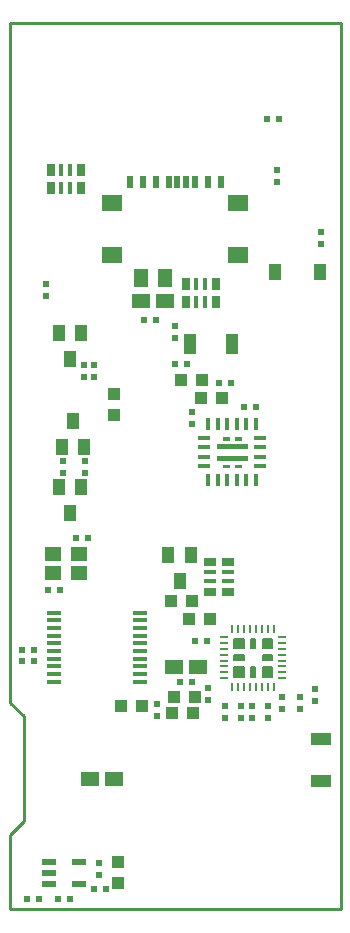
<source format=gbr>
G04 #@! TF.GenerationSoftware,KiCad,Pcbnew,5.1.0-rc1-unknown-9a8afdf~76~ubuntu18.04.1*
G04 #@! TF.CreationDate,2019-02-22T09:22:25+02:00
G04 #@! TF.ProjectId,ESP32-PoE_Rev_C,45535033-322d-4506-9f45-5f5265765f43,C*
G04 #@! TF.SameCoordinates,Original*
G04 #@! TF.FileFunction,Paste,Bot*
G04 #@! TF.FilePolarity,Positive*
%FSLAX46Y46*%
G04 Gerber Fmt 4.6, Leading zero omitted, Abs format (unit mm)*
G04 Created by KiCad (PCBNEW 5.1.0-rc1-unknown-9a8afdf~76~ubuntu18.04.1) date 2019-02-22 09:22:25*
%MOMM*%
%LPD*%
G04 APERTURE LIST*
%ADD10C,0.254000*%
%ADD11C,0.200000*%
%ADD12C,0.100000*%
%ADD13R,0.500000X1.000000*%
%ADD14R,1.754000X1.454000*%
%ADD15R,0.230000X0.780000*%
%ADD16R,0.780000X0.230000*%
%ADD17R,1.270000X0.325000*%
%ADD18R,1.200000X0.550000*%
%ADD19R,0.381000X1.016000*%
%ADD20R,0.635000X1.016000*%
%ADD21R,1.016000X0.381000*%
%ADD22R,1.016000X0.635000*%
%ADD23R,1.016000X1.016000*%
%ADD24R,1.400000X1.200000*%
%ADD25R,0.500000X0.550000*%
%ADD26R,1.016000X1.778000*%
%ADD27R,1.000000X1.400000*%
%ADD28R,0.550000X0.500000*%
%ADD29R,1.000000X0.400000*%
%ADD30R,0.400000X1.000000*%
%ADD31R,1.524000X1.270000*%
%ADD32R,1.778000X1.016000*%
%ADD33R,1.270000X1.524000*%
G04 APERTURE END LIST*
D10*
X90150000Y-163830000D02*
X90150000Y-170150000D01*
X91313000Y-162687000D02*
X90150000Y-163830000D01*
X91313000Y-153797000D02*
X91313000Y-162687000D01*
X90150000Y-152654000D02*
X91313000Y-153797000D01*
X90150000Y-152654000D02*
X90150000Y-95150000D01*
X90150000Y-170150000D02*
X118150000Y-170150000D01*
X90150000Y-95150000D02*
X118150000Y-95150000D01*
X118150000Y-170150000D02*
X118150000Y-95150000D01*
D11*
X112344000Y-149644000D02*
X112344000Y-150444000D01*
X111544000Y-149644000D02*
X112344000Y-149644000D01*
X111544000Y-150444000D02*
X111544000Y-149644000D01*
X112344000Y-150444000D02*
X111544000Y-150444000D01*
X112344000Y-150344000D02*
X111544000Y-150344000D01*
X112344000Y-150244000D02*
X111544000Y-150244000D01*
X112344000Y-150144000D02*
X111544000Y-150144000D01*
X112344000Y-150044000D02*
X111544000Y-150044000D01*
X112344000Y-149944000D02*
X111544000Y-149944000D01*
X112344000Y-149844000D02*
X111544000Y-149844000D01*
X112344000Y-149744000D02*
X111544000Y-149744000D01*
X109944000Y-149744000D02*
X109144000Y-149744000D01*
X109944000Y-149844000D02*
X109144000Y-149844000D01*
X109944000Y-149944000D02*
X109144000Y-149944000D01*
X109944000Y-150044000D02*
X109144000Y-150044000D01*
X109944000Y-150144000D02*
X109144000Y-150144000D01*
X109944000Y-150244000D02*
X109144000Y-150244000D01*
X109944000Y-150344000D02*
X109144000Y-150344000D01*
X109944000Y-150444000D02*
X109144000Y-150444000D01*
X109144000Y-150444000D02*
X109144000Y-149644000D01*
X109144000Y-149644000D02*
X109944000Y-149644000D01*
X109944000Y-149644000D02*
X109944000Y-150444000D01*
X112344000Y-147344000D02*
X111544000Y-147344000D01*
X112344000Y-147444000D02*
X111544000Y-147444000D01*
X112344000Y-147544000D02*
X111544000Y-147544000D01*
X112344000Y-147644000D02*
X111544000Y-147644000D01*
X112344000Y-147744000D02*
X111544000Y-147744000D01*
X112344000Y-147844000D02*
X111544000Y-147844000D01*
X112344000Y-147944000D02*
X111544000Y-147944000D01*
X112344000Y-148044000D02*
X111544000Y-148044000D01*
X111544000Y-148044000D02*
X111544000Y-147244000D01*
X111544000Y-147244000D02*
X112344000Y-147244000D01*
X112344000Y-147244000D02*
X112344000Y-148044000D01*
X109944000Y-147244000D02*
X109944000Y-148044000D01*
X109144000Y-147244000D02*
X109944000Y-147244000D01*
X109144000Y-148044000D02*
X109144000Y-147244000D01*
X109944000Y-148044000D02*
X109144000Y-148044000D01*
X109944000Y-147944000D02*
X109144000Y-147944000D01*
X109944000Y-147844000D02*
X109144000Y-147844000D01*
X109944000Y-147744000D02*
X109144000Y-147744000D01*
X109944000Y-147644000D02*
X109144000Y-147644000D01*
X109944000Y-147544000D02*
X109144000Y-147544000D01*
X109944000Y-147444000D02*
X109144000Y-147444000D01*
X109944000Y-147344000D02*
X109144000Y-147344000D01*
X110544000Y-150444000D02*
X110944000Y-150444000D01*
X110544000Y-149644000D02*
X110544000Y-150444000D01*
X110944000Y-149644000D02*
X110544000Y-149644000D01*
X110944000Y-150444000D02*
X110944000Y-149644000D01*
X110844000Y-150444000D02*
X110844000Y-149644000D01*
X110744000Y-150444000D02*
X110744000Y-149644000D01*
X110644000Y-150444000D02*
X110644000Y-149644000D01*
X110644000Y-148044000D02*
X110644000Y-147244000D01*
X110744000Y-148044000D02*
X110744000Y-147244000D01*
X110844000Y-148044000D02*
X110844000Y-147244000D01*
X110944000Y-148044000D02*
X110944000Y-147244000D01*
X110944000Y-147244000D02*
X110544000Y-147244000D01*
X110544000Y-147244000D02*
X110544000Y-148044000D01*
X110544000Y-148044000D02*
X110944000Y-148044000D01*
X112344000Y-148644000D02*
X112344000Y-149044000D01*
X111544000Y-148644000D02*
X112344000Y-148644000D01*
X111544000Y-149044000D02*
X111544000Y-148644000D01*
X112344000Y-149044000D02*
X111544000Y-149044000D01*
X112344000Y-148944000D02*
X111544000Y-148944000D01*
X111544000Y-148844000D02*
X112344000Y-148844000D01*
X112344000Y-148744000D02*
X111544000Y-148744000D01*
X109944000Y-148744000D02*
X109144000Y-148744000D01*
X109144000Y-148844000D02*
X109944000Y-148844000D01*
X109944000Y-148944000D02*
X109144000Y-148944000D01*
X109944000Y-149044000D02*
X109144000Y-149044000D01*
X109144000Y-149044000D02*
X109144000Y-148644000D01*
X109144000Y-148644000D02*
X109944000Y-148644000D01*
X109944000Y-148644000D02*
X109944000Y-149044000D01*
D12*
G36*
X109216000Y-130395000D02*
G01*
X109716000Y-130395000D01*
X109716000Y-130145000D01*
X109216000Y-130145000D01*
X109216000Y-130395000D01*
G37*
X109216000Y-130395000D02*
X109716000Y-130395000D01*
X109716000Y-130145000D01*
X109216000Y-130145000D01*
X109216000Y-130395000D01*
G36*
X108216000Y-130395000D02*
G01*
X108716000Y-130395000D01*
X108716000Y-130145000D01*
X108216000Y-130145000D01*
X108216000Y-130395000D01*
G37*
X108216000Y-130395000D02*
X108716000Y-130395000D01*
X108716000Y-130145000D01*
X108216000Y-130145000D01*
X108216000Y-130395000D01*
G36*
X108216000Y-132745000D02*
G01*
X108716000Y-132745000D01*
X108716000Y-132495000D01*
X108216000Y-132495000D01*
X108216000Y-132745000D01*
G37*
X108216000Y-132745000D02*
X108716000Y-132745000D01*
X108716000Y-132495000D01*
X108216000Y-132495000D01*
X108216000Y-132745000D01*
G36*
X107666000Y-130795000D02*
G01*
X107666000Y-131095000D01*
X110266000Y-131095000D01*
X110266000Y-130795000D01*
X107666000Y-130795000D01*
G37*
X107666000Y-130795000D02*
X107666000Y-131095000D01*
X110266000Y-131095000D01*
X110266000Y-130795000D01*
X107666000Y-130795000D01*
G36*
X109216000Y-132745000D02*
G01*
X109716000Y-132745000D01*
X109716000Y-132495000D01*
X109216000Y-132495000D01*
X109216000Y-132745000D01*
G37*
X109216000Y-132745000D02*
X109716000Y-132745000D01*
X109716000Y-132495000D01*
X109216000Y-132495000D01*
X109216000Y-132745000D01*
G36*
X107666000Y-131795000D02*
G01*
X107666000Y-132095000D01*
X110266000Y-132095000D01*
X110266000Y-131795000D01*
X107666000Y-131795000D01*
G37*
X107666000Y-131795000D02*
X107666000Y-132095000D01*
X110266000Y-132095000D01*
X110266000Y-131795000D01*
X107666000Y-131795000D01*
D13*
X100290000Y-108587000D03*
X101390000Y-108587000D03*
X102490000Y-108587000D03*
X103590000Y-108587000D03*
X104340000Y-108587000D03*
X105040000Y-108587000D03*
X105790000Y-108587000D03*
X106890000Y-108587000D03*
X107990000Y-108587000D03*
D14*
X109440000Y-110337000D03*
X98840000Y-110337000D03*
X109440000Y-114787000D03*
X98840000Y-114787000D03*
D15*
X108994000Y-151294000D03*
X109494000Y-151294000D03*
X109994000Y-151294000D03*
X110494000Y-151294000D03*
X110994000Y-151294000D03*
X111494000Y-151294000D03*
X111994000Y-151294000D03*
X112494000Y-151294000D03*
D16*
X113194000Y-150594000D03*
X113194000Y-150094000D03*
X113194000Y-149594000D03*
X113194000Y-149094000D03*
X113194000Y-148594000D03*
X113194000Y-148094000D03*
X113194000Y-147594000D03*
X113194000Y-147094000D03*
D15*
X112494000Y-146394000D03*
X111994000Y-146394000D03*
X111494000Y-146394000D03*
X110994000Y-146394000D03*
X110494000Y-146394000D03*
X109994000Y-146394000D03*
X109494000Y-146394000D03*
X108994000Y-146394000D03*
D16*
X108294000Y-147094000D03*
X108294000Y-147594000D03*
X108294000Y-148094000D03*
X108294000Y-148594000D03*
X108294000Y-149094000D03*
X108294000Y-149594000D03*
X108294000Y-150094000D03*
X108294000Y-150594000D03*
D17*
X93916500Y-150880000D03*
X93916500Y-150230000D03*
X93916500Y-149580000D03*
X93916500Y-148930000D03*
X93916500Y-148280000D03*
X93916500Y-147630000D03*
X93916500Y-146980000D03*
X93916500Y-146330000D03*
X93916500Y-145680000D03*
X93916500Y-145030000D03*
X101155500Y-145030000D03*
X101155500Y-145680000D03*
X101155500Y-146330000D03*
X101155500Y-146980000D03*
X101155500Y-147630000D03*
X101155500Y-148280000D03*
X101155500Y-148930000D03*
X101155500Y-149580000D03*
X101155500Y-150230000D03*
X101155500Y-150880000D03*
D18*
X93442000Y-168018500D03*
X93442000Y-167068500D03*
X93442000Y-166118500D03*
X96042000Y-168018500D03*
X96042000Y-166118500D03*
D19*
X106680000Y-117221000D03*
X105918000Y-117221000D03*
X106680000Y-118745000D03*
X105918000Y-118745000D03*
D20*
X107569000Y-117221000D03*
X107569000Y-118745000D03*
X105029000Y-117221000D03*
X105029000Y-118745000D03*
D19*
X95250000Y-107569000D03*
X94488000Y-107569000D03*
X95250000Y-109093000D03*
X94488000Y-109093000D03*
D20*
X96139000Y-107569000D03*
X96139000Y-109093000D03*
X93599000Y-107569000D03*
X93599000Y-109093000D03*
D21*
X107061000Y-141605000D03*
X107061000Y-142367000D03*
X108585000Y-141605000D03*
X108585000Y-142367000D03*
D22*
X107061000Y-140716000D03*
X108585000Y-140716000D03*
X107061000Y-143256000D03*
X108585000Y-143256000D03*
D23*
X106426000Y-125349000D03*
X104648000Y-125349000D03*
D24*
X95969000Y-140043000D03*
X93769000Y-141643000D03*
X93769000Y-140043000D03*
X95969000Y-141643000D03*
D25*
X95758000Y-138684000D03*
X96774000Y-138684000D03*
D26*
X108966000Y-122301000D03*
X105410000Y-122301000D03*
D23*
X105664000Y-153543000D03*
X103886000Y-153543000D03*
D27*
X94300040Y-121320560D03*
X96202500Y-121320560D03*
X95247460Y-123530360D03*
D23*
X106299000Y-126873000D03*
X108077000Y-126873000D03*
D28*
X96520000Y-132207000D03*
X96520000Y-133223000D03*
X94615000Y-133223000D03*
X94615000Y-132207000D03*
D29*
X106616000Y-132645000D03*
X106616000Y-131845000D03*
X106616000Y-131045000D03*
X106616000Y-130245000D03*
D30*
X106966000Y-129095000D03*
X107766000Y-129095000D03*
X108566000Y-129095000D03*
X109366000Y-129095000D03*
X110166000Y-129095000D03*
X110966000Y-129095000D03*
D29*
X111316000Y-130245000D03*
X111316000Y-131045000D03*
X111316000Y-131845000D03*
X111316000Y-132645000D03*
D30*
X110966000Y-133795000D03*
X110166000Y-133795000D03*
X109366000Y-133795000D03*
X108566000Y-133795000D03*
X107766000Y-133795000D03*
X106966000Y-133795000D03*
D28*
X116459000Y-113792000D03*
X116459000Y-112776000D03*
D27*
X116400000Y-116195000D03*
X112600000Y-116195000D03*
D25*
X93345000Y-143129000D03*
X94361000Y-143129000D03*
D31*
X104013000Y-149606000D03*
X106045000Y-149606000D03*
D27*
X96453960Y-131028440D03*
X94551500Y-131028440D03*
X95506540Y-128818640D03*
D23*
X101346000Y-152908000D03*
X99568000Y-152908000D03*
X105537000Y-144018000D03*
X103759000Y-144018000D03*
X104013000Y-152146000D03*
X105791000Y-152146000D03*
X105283000Y-145542000D03*
X107061000Y-145542000D03*
D32*
X116459000Y-159258000D03*
X116459000Y-155702000D03*
D31*
X101219000Y-118618000D03*
X103251000Y-118618000D03*
D27*
X94300040Y-134401560D03*
X96202500Y-134401560D03*
X95247460Y-136611360D03*
D23*
X99314000Y-167894000D03*
X99314000Y-166116000D03*
D27*
X103571040Y-140116560D03*
X105473500Y-140116560D03*
X104518460Y-142326360D03*
D25*
X91186000Y-149098000D03*
X92202000Y-149098000D03*
X91186000Y-148209000D03*
X92202000Y-148209000D03*
D28*
X97663000Y-167259000D03*
X97663000Y-166243000D03*
X96393000Y-124079000D03*
X96393000Y-125095000D03*
D25*
X94234000Y-169291000D03*
X95250000Y-169291000D03*
D28*
X109728000Y-152908000D03*
X109728000Y-153924000D03*
X108331000Y-152908000D03*
X108331000Y-153924000D03*
X112014000Y-152908000D03*
X112014000Y-153924000D03*
X110617000Y-152908000D03*
X110617000Y-153924000D03*
X114681000Y-152146000D03*
X114681000Y-153162000D03*
X115951000Y-151511000D03*
X115951000Y-152527000D03*
D25*
X91567000Y-169291000D03*
X92583000Y-169291000D03*
D28*
X106934000Y-152400000D03*
X106934000Y-151384000D03*
X105537000Y-129032000D03*
X105537000Y-128016000D03*
D25*
X109982000Y-127635000D03*
X110998000Y-127635000D03*
X102489000Y-120269000D03*
X101473000Y-120269000D03*
D28*
X112776000Y-107569000D03*
X112776000Y-108585000D03*
D25*
X104140000Y-123952000D03*
X105156000Y-123952000D03*
D28*
X104140000Y-120777000D03*
X104140000Y-121793000D03*
X93218000Y-117221000D03*
X93218000Y-118237000D03*
X102616000Y-152781000D03*
X102616000Y-153797000D03*
X113157000Y-152146000D03*
X113157000Y-153162000D03*
D25*
X104521000Y-150876000D03*
X105537000Y-150876000D03*
X105791000Y-147447000D03*
X106807000Y-147447000D03*
D33*
X101219000Y-116713000D03*
X103251000Y-116713000D03*
D25*
X108839000Y-125603000D03*
X107823000Y-125603000D03*
D23*
X98958400Y-126517400D03*
X98958400Y-128295400D03*
D28*
X97282000Y-125095000D03*
X97282000Y-124079000D03*
D31*
X96964500Y-159131000D03*
X98996500Y-159131000D03*
D25*
X98298000Y-168402000D03*
X97282000Y-168402000D03*
X112903000Y-103251000D03*
X111887000Y-103251000D03*
M02*

</source>
